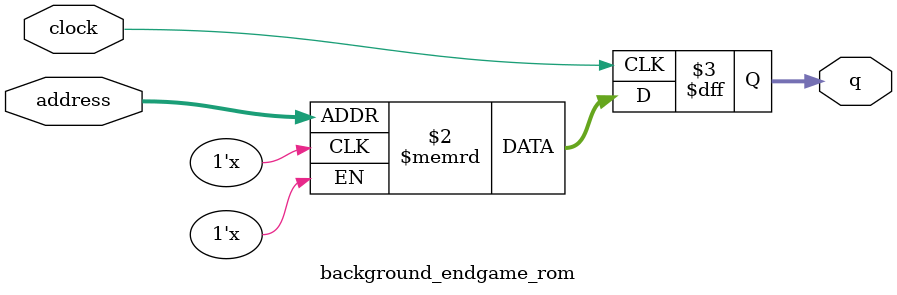
<source format=sv>
module background_endgame_rom (
	input logic clock,
	input logic [16:0] address,
	output logic [3:0] q
);

logic [3:0] memory [0:76799] /* synthesis ram_init_file = "./background_endgame/background_endgame.COE" */;

always_ff @ (posedge clock) begin
	q <= memory[address];
end

endmodule

</source>
